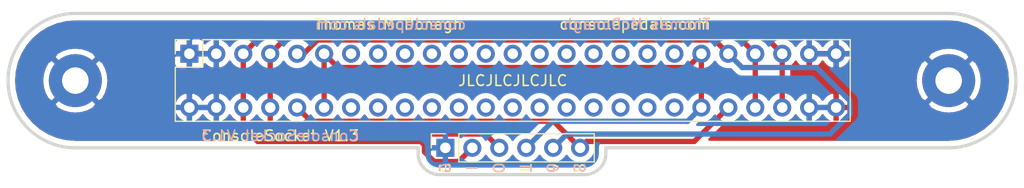
<source format=kicad_pcb>
(kicad_pcb (version 20171130) (host pcbnew "(5.1.7)-1")

  (general
    (thickness 1.6)
    (drawings 27)
    (tracks 57)
    (zones 0)
    (modules 4)
    (nets 7)
  )

  (page A4)
  (layers
    (0 F.Cu signal)
    (31 B.Cu signal)
    (32 B.Adhes user)
    (33 F.Adhes user)
    (34 B.Paste user)
    (35 F.Paste user)
    (36 B.SilkS user)
    (37 F.SilkS user)
    (38 B.Mask user)
    (39 F.Mask user)
    (40 Dwgs.User user)
    (41 Cmts.User user)
    (42 Eco1.User user)
    (43 Eco2.User user)
    (44 Edge.Cuts user)
    (45 Margin user)
    (46 B.CrtYd user)
    (47 F.CrtYd user)
    (48 B.Fab user)
    (49 F.Fab user hide)
  )

  (setup
    (last_trace_width 0.5)
    (user_trace_width 0.5)
    (trace_clearance 0.2)
    (zone_clearance 0.508)
    (zone_45_only no)
    (trace_min 0.2)
    (via_size 0.8)
    (via_drill 0.4)
    (via_min_size 0.4)
    (via_min_drill 0.3)
    (uvia_size 0.3)
    (uvia_drill 0.1)
    (uvias_allowed no)
    (uvia_min_size 0.2)
    (uvia_min_drill 0.1)
    (edge_width 0.05)
    (segment_width 0.2)
    (pcb_text_width 0.3)
    (pcb_text_size 1.5 1.5)
    (mod_edge_width 0.12)
    (mod_text_size 1 1)
    (mod_text_width 0.15)
    (pad_size 1.7 1.7)
    (pad_drill 1)
    (pad_to_mask_clearance 0)
    (aux_axis_origin 0 0)
    (visible_elements 7FFFFF7F)
    (pcbplotparams
      (layerselection 0x010fc_ffffffff)
      (usegerberextensions false)
      (usegerberattributes false)
      (usegerberadvancedattributes true)
      (creategerberjobfile true)
      (excludeedgelayer true)
      (linewidth 0.100000)
      (plotframeref false)
      (viasonmask false)
      (mode 1)
      (useauxorigin false)
      (hpglpennumber 1)
      (hpglpenspeed 20)
      (hpglpendiameter 15.000000)
      (psnegative false)
      (psa4output false)
      (plotreference true)
      (plotvalue true)
      (plotinvisibletext false)
      (padsonsilk false)
      (subtractmaskfromsilk false)
      (outputformat 1)
      (mirror false)
      (drillshape 0)
      (scaleselection 1)
      (outputdirectory "Gerbers/"))
  )

  (net 0 "")
  (net 1 +9V)
  (net 2 /LEDPower)
  (net 3 GND)
  (net 4 /Input)
  (net 5 /Output)
  (net 6 /SW)

  (net_class Default "This is the default net class."
    (clearance 0.2)
    (trace_width 0.25)
    (via_dia 0.8)
    (via_drill 0.4)
    (uvia_dia 0.3)
    (uvia_drill 0.1)
    (add_net +9V)
    (add_net /Input)
    (add_net /LEDPower)
    (add_net /Output)
    (add_net /SW)
    (add_net GND)
  )

  (module libraries:n64Socket (layer F.Cu) (tedit 601ECF4D) (tstamp 601F38CB)
    (at 106.75 36.83 90)
    (descr "Through hole straight socket strip, 2x25, 2.54mm pitch, double cols (from Kicad 4.0.7), script generated")
    (tags "Through hole socket strip THT 2x25 2.54mm double row")
    (path /5FABBF0E)
    (fp_text reference J3 (at -1.27 -2.77 90) (layer F.SilkS) hide
      (effects (font (size 1 1) (thickness 0.15)))
    )
    (fp_text value Conn_02x25_Odd_Even (at -1.27 63.73 90) (layer F.Fab)
      (effects (font (size 1 1) (thickness 0.15)))
    )
    (fp_line (start -6.88 62.7) (end -6.88 -1.8) (layer F.CrtYd) (width 0.05))
    (fp_line (start 1.76 62.7) (end -6.88 62.7) (layer F.CrtYd) (width 0.05))
    (fp_line (start 1.76 -1.8) (end 1.76 62.7) (layer F.CrtYd) (width 0.05))
    (fp_line (start -6.88 -1.8) (end 1.76 -1.8) (layer F.CrtYd) (width 0.05))
    (fp_line (start 0 -1.33) (end 1.33 -1.33) (layer F.SilkS) (width 0.12))
    (fp_line (start 1.33 -1.33) (end 1.33 0) (layer F.SilkS) (width 0.12))
    (fp_line (start -1.27 -1.33) (end -1.27 1.27) (layer F.SilkS) (width 0.12))
    (fp_line (start -1.27 1.27) (end 1.33 1.27) (layer F.SilkS) (width 0.12))
    (fp_line (start 1.33 1.27) (end 1.33 62.29) (layer F.SilkS) (width 0.12))
    (fp_line (start -6.38 62.29) (end 1.33 62.29) (layer F.SilkS) (width 0.12))
    (fp_line (start -6.38 -1.33) (end -6.38 62.29) (layer F.SilkS) (width 0.12))
    (fp_line (start -6.38 -1.33) (end -1.27 -1.33) (layer F.SilkS) (width 0.12))
    (fp_line (start -6.35 62.23) (end -6.35 -1.27) (layer F.Fab) (width 0.1))
    (fp_line (start 1.27 62.23) (end -6.35 62.23) (layer F.Fab) (width 0.1))
    (fp_line (start 1.27 -0.27) (end 1.27 62.23) (layer F.Fab) (width 0.1))
    (fp_line (start 0.27 -1.27) (end 1.27 -0.27) (layer F.Fab) (width 0.1))
    (fp_line (start -6.35 -1.27) (end 0.27 -1.27) (layer F.Fab) (width 0.1))
    (fp_text user %R (at -1.27 30.48 180) (layer F.Fab)
      (effects (font (size 1 1) (thickness 0.15)))
    )
    (pad 1 thru_hole rect (at 0 0 90) (size 1.7 1.7) (drill 1) (layers *.Cu *.Mask)
      (net 3 GND))
    (pad 2 thru_hole oval (at -5.08 0 90) (size 1.7 1.7) (drill 1) (layers *.Cu *.Mask)
      (net 3 GND))
    (pad 3 thru_hole oval (at 0 2.54 90) (size 1.7 1.7) (drill 1) (layers *.Cu *.Mask)
      (net 3 GND))
    (pad 4 thru_hole oval (at -5.08 2.54 90) (size 1.7 1.7) (drill 1) (layers *.Cu *.Mask)
      (net 3 GND))
    (pad 5 thru_hole oval (at 0 5.08 90) (size 1.7 1.7) (drill 1) (layers *.Cu *.Mask)
      (net 4 /Input))
    (pad 6 thru_hole oval (at -5.08 5.08 90) (size 1.7 1.7) (drill 1) (layers *.Cu *.Mask)
      (net 4 /Input))
    (pad 7 thru_hole oval (at 0 7.62 90) (size 1.7 1.7) (drill 1) (layers *.Cu *.Mask)
      (net 5 /Output))
    (pad 8 thru_hole oval (at -5.08 7.62 90) (size 1.7 1.7) (drill 1) (layers *.Cu *.Mask)
      (net 5 /Output))
    (pad 9 thru_hole oval (at 0 10.16 90) (size 1.7 1.7) (drill 1) (layers *.Cu *.Mask)
      (net 1 +9V))
    (pad 10 thru_hole oval (at -5.08 10.16 90) (size 1.7 1.7) (drill 1) (layers *.Cu *.Mask)
      (net 6 /SW))
    (pad 11 thru_hole oval (at 0 12.7 90) (size 1.7 1.7) (drill 1) (layers *.Cu *.Mask)
      (net 2 /LEDPower))
    (pad 12 thru_hole oval (at -5.08 12.7 90) (size 1.7 1.7) (drill 1) (layers *.Cu *.Mask)
      (net 2 /LEDPower))
    (pad 13 thru_hole oval (at 0 15.24 90) (size 1.7 1.7) (drill 1) (layers *.Cu *.Mask))
    (pad 14 thru_hole oval (at -5.08 15.24 90) (size 1.7 1.7) (drill 1) (layers *.Cu *.Mask))
    (pad 15 thru_hole oval (at 0 17.78 90) (size 1.7 1.7) (drill 1) (layers *.Cu *.Mask))
    (pad 16 thru_hole oval (at -5.08 17.78 90) (size 1.7 1.7) (drill 1) (layers *.Cu *.Mask))
    (pad 17 thru_hole oval (at 0 20.32 90) (size 1.7 1.7) (drill 1) (layers *.Cu *.Mask))
    (pad 18 thru_hole oval (at -5.08 20.32 90) (size 1.7 1.7) (drill 1) (layers *.Cu *.Mask))
    (pad 19 thru_hole oval (at 0 22.86 90) (size 1.7 1.7) (drill 1) (layers *.Cu *.Mask))
    (pad 20 thru_hole oval (at -5.08 22.86 90) (size 1.7 1.7) (drill 1) (layers *.Cu *.Mask))
    (pad 21 thru_hole oval (at 0 25.4 90) (size 1.7 1.7) (drill 1) (layers *.Cu *.Mask))
    (pad 22 thru_hole oval (at -5.08 25.4 90) (size 1.7 1.7) (drill 1) (layers *.Cu *.Mask))
    (pad 23 thru_hole oval (at 0 27.94 90) (size 1.7 1.7) (drill 1) (layers *.Cu *.Mask))
    (pad 24 thru_hole oval (at -5.08 27.94 90) (size 1.7 1.7) (drill 1) (layers *.Cu *.Mask))
    (pad 25 thru_hole oval (at 0 30.48 90) (size 1.7 1.7) (drill 1) (layers *.Cu *.Mask))
    (pad 26 thru_hole oval (at -5.08 30.48 90) (size 1.7 1.7) (drill 1) (layers *.Cu *.Mask))
    (pad 27 thru_hole oval (at 0 33.02 90) (size 1.7 1.7) (drill 1) (layers *.Cu *.Mask))
    (pad 28 thru_hole oval (at -5.08 33.02 90) (size 1.7 1.7) (drill 1) (layers *.Cu *.Mask))
    (pad 29 thru_hole oval (at 0 35.56 90) (size 1.7 1.7) (drill 1) (layers *.Cu *.Mask))
    (pad 30 thru_hole oval (at -5.08 35.56 90) (size 1.7 1.7) (drill 1) (layers *.Cu *.Mask))
    (pad 31 thru_hole oval (at 0 38.1 90) (size 1.7 1.7) (drill 1) (layers *.Cu *.Mask))
    (pad 32 thru_hole oval (at -5.08 38.1 90) (size 1.7 1.7) (drill 1) (layers *.Cu *.Mask))
    (pad 33 thru_hole oval (at 0 40.64 90) (size 1.7 1.7) (drill 1) (layers *.Cu *.Mask))
    (pad 34 thru_hole oval (at -5.08 40.64 90) (size 1.7 1.7) (drill 1) (layers *.Cu *.Mask))
    (pad 35 thru_hole oval (at 0 43.18 90) (size 1.7 1.7) (drill 1) (layers *.Cu *.Mask))
    (pad 36 thru_hole oval (at -5.08 43.18 90) (size 1.7 1.7) (drill 1) (layers *.Cu *.Mask))
    (pad 37 thru_hole oval (at 0 45.72 90) (size 1.7 1.7) (drill 1) (layers *.Cu *.Mask))
    (pad 38 thru_hole oval (at -5.08 45.72 90) (size 1.7 1.7) (drill 1) (layers *.Cu *.Mask))
    (pad 39 thru_hole oval (at 0 48.26 90) (size 1.7 1.7) (drill 1) (layers *.Cu *.Mask)
      (net 2 /LEDPower))
    (pad 40 thru_hole oval (at -5.08 48.26 90) (size 1.7 1.7) (drill 1) (layers *.Cu *.Mask)
      (net 2 /LEDPower))
    (pad 41 thru_hole oval (at 0 50.8 90) (size 1.7 1.7) (drill 1) (layers *.Cu *.Mask)
      (net 1 +9V))
    (pad 42 thru_hole oval (at -5.08 50.8 90) (size 1.7 1.7) (drill 1) (layers *.Cu *.Mask)
      (net 6 /SW))
    (pad 43 thru_hole oval (at 0 53.34 90) (size 1.7 1.7) (drill 1) (layers *.Cu *.Mask)
      (net 5 /Output))
    (pad 44 thru_hole oval (at -5.08 53.34 90) (size 1.7 1.7) (drill 1) (layers *.Cu *.Mask)
      (net 5 /Output))
    (pad 45 thru_hole oval (at 0 55.88 90) (size 1.7 1.7) (drill 1) (layers *.Cu *.Mask)
      (net 4 /Input))
    (pad 46 thru_hole oval (at -5.08 55.88 90) (size 1.7 1.7) (drill 1) (layers *.Cu *.Mask)
      (net 4 /Input))
    (pad 47 thru_hole oval (at 0 58.42 90) (size 1.7 1.7) (drill 1) (layers *.Cu *.Mask)
      (net 3 GND))
    (pad 48 thru_hole oval (at -5.08 58.42 90) (size 1.7 1.7) (drill 1) (layers *.Cu *.Mask)
      (net 3 GND))
    (pad 49 thru_hole oval (at 0 60.96 90) (size 1.7 1.7) (drill 1) (layers *.Cu *.Mask)
      (net 3 GND))
    (pad 50 thru_hole oval (at -5.08 60.96 90) (size 1.7 1.7) (drill 1) (layers *.Cu *.Mask)
      (net 3 GND))
    (model ${KISYS3DMOD}/Connector_PinSocket_2.54mm.3dshapes/PinSocket_2x25_P2.54mm_Vertical.wrl
      (at (xyz 0 0 0))
      (scale (xyz 1 1 1))
      (rotate (xyz 0 0 0))
    )
  )

  (module MountingHole:MountingHole_2.5mm_Pad (layer F.Cu) (tedit 56D1B4CB) (tstamp 612BFDE8)
    (at 96 39.37)
    (descr "Mounting Hole 2.5mm")
    (tags "mounting hole 2.5mm")
    (path /608575C0)
    (attr virtual)
    (fp_text reference H1 (at 0 -3.5) (layer F.SilkS) hide
      (effects (font (size 1 1) (thickness 0.15)))
    )
    (fp_text value Mount (at 0 3.5) (layer F.Fab)
      (effects (font (size 1 1) (thickness 0.15)))
    )
    (fp_circle (center 0 0) (end 2.75 0) (layer F.CrtYd) (width 0.05))
    (fp_circle (center 0 0) (end 2.5 0) (layer Cmts.User) (width 0.15))
    (fp_text user %R (at 0.3 0) (layer F.Fab)
      (effects (font (size 1 1) (thickness 0.15)))
    )
    (pad 1 thru_hole circle (at 0 0) (size 5 5) (drill 2.5) (layers *.Cu *.Mask)
      (net 3 GND))
  )

  (module MountingHole:MountingHole_2.5mm_Pad (layer F.Cu) (tedit 56D1B4CB) (tstamp 612BFDEF)
    (at 178.32 39.37)
    (descr "Mounting Hole 2.5mm")
    (tags "mounting hole 2.5mm")
    (path /60857BAC)
    (attr virtual)
    (fp_text reference H2 (at 0 -3.5) (layer F.SilkS) hide
      (effects (font (size 1 1) (thickness 0.15)))
    )
    (fp_text value Mount (at 0 3.5) (layer F.Fab)
      (effects (font (size 1 1) (thickness 0.15)))
    )
    (fp_text user %R (at 0.3 0) (layer F.Fab)
      (effects (font (size 1 1) (thickness 0.15)))
    )
    (fp_circle (center 0 0) (end 2.5 0) (layer Cmts.User) (width 0.15))
    (fp_circle (center 0 0) (end 2.75 0) (layer F.CrtYd) (width 0.05))
    (pad 1 thru_hole circle (at 0 0) (size 5 5) (drill 2.5) (layers *.Cu *.Mask)
      (net 3 GND))
  )

  (module Connector_PinSocket_2.54mm:PinSocket_1x06_P2.54mm_Vertical (layer F.Cu) (tedit 5A19A430) (tstamp 612BFF64)
    (at 130.88 45.72 90)
    (descr "Through hole straight socket strip, 1x06, 2.54mm pitch, single row (from Kicad 4.0.7), script generated")
    (tags "Through hole socket strip THT 1x06 2.54mm single row")
    (path /612C0ABF)
    (fp_text reference J1 (at 0 -2.77 90) (layer F.SilkS) hide
      (effects (font (size 1 1) (thickness 0.15)))
    )
    (fp_text value Conn (at 0 15.47 90) (layer F.Fab)
      (effects (font (size 1 1) (thickness 0.15)))
    )
    (fp_text user %R (at 0 6.35) (layer F.Fab)
      (effects (font (size 1 1) (thickness 0.15)))
    )
    (fp_line (start -1.27 -1.27) (end 0.635 -1.27) (layer F.Fab) (width 0.1))
    (fp_line (start 0.635 -1.27) (end 1.27 -0.635) (layer F.Fab) (width 0.1))
    (fp_line (start 1.27 -0.635) (end 1.27 13.97) (layer F.Fab) (width 0.1))
    (fp_line (start 1.27 13.97) (end -1.27 13.97) (layer F.Fab) (width 0.1))
    (fp_line (start -1.27 13.97) (end -1.27 -1.27) (layer F.Fab) (width 0.1))
    (fp_line (start -1.33 1.27) (end 1.33 1.27) (layer F.SilkS) (width 0.12))
    (fp_line (start -1.33 1.27) (end -1.33 14.03) (layer F.SilkS) (width 0.12))
    (fp_line (start -1.33 14.03) (end 1.33 14.03) (layer F.SilkS) (width 0.12))
    (fp_line (start 1.33 1.27) (end 1.33 14.03) (layer F.SilkS) (width 0.12))
    (fp_line (start 1.33 -1.33) (end 1.33 0) (layer F.SilkS) (width 0.12))
    (fp_line (start 0 -1.33) (end 1.33 -1.33) (layer F.SilkS) (width 0.12))
    (fp_line (start -1.8 -1.8) (end 1.75 -1.8) (layer F.CrtYd) (width 0.05))
    (fp_line (start 1.75 -1.8) (end 1.75 14.45) (layer F.CrtYd) (width 0.05))
    (fp_line (start 1.75 14.45) (end -1.8 14.45) (layer F.CrtYd) (width 0.05))
    (fp_line (start -1.8 14.45) (end -1.8 -1.8) (layer F.CrtYd) (width 0.05))
    (pad 6 thru_hole oval (at 0 12.7 90) (size 1.7 1.7) (drill 1) (layers *.Cu *.Mask)
      (net 6 /SW))
    (pad 5 thru_hole oval (at 0 10.16 90) (size 1.7 1.7) (drill 1) (layers *.Cu *.Mask)
      (net 1 +9V))
    (pad 4 thru_hole oval (at 0 7.62 90) (size 1.7 1.7) (drill 1) (layers *.Cu *.Mask)
      (net 2 /LEDPower))
    (pad 3 thru_hole oval (at 0 5.08 90) (size 1.7 1.7) (drill 1) (layers *.Cu *.Mask)
      (net 5 /Output))
    (pad 2 thru_hole oval (at 0 2.54 90) (size 1.7 1.7) (drill 1) (layers *.Cu *.Mask)
      (net 4 /Input))
    (pad 1 thru_hole rect (at 0 0 90) (size 1.7 1.7) (drill 1) (layers *.Cu *.Mask)
      (net 3 GND))
    (model ${KISYS3DMOD}/Connector_PinSocket_2.54mm.3dshapes/PinSocket_1x06_P2.54mm_Vertical.wrl
      (at (xyz 0 0 0))
      (scale (xyz 1 1 1))
      (rotate (xyz 0 0 0))
    )
  )

  (gr_text S (at 143.58 47.625 90) (layer B.SilkS) (tstamp 612C02BF)
    (effects (font (size 1 1) (thickness 0.15)) (justify mirror))
  )
  (gr_text S (at 143.58 47.625 90) (layer F.SilkS) (tstamp 612C02B8)
    (effects (font (size 1 1) (thickness 0.15)))
  )
  (gr_text "L\n" (at 138.5 47.625 90) (layer F.SilkS) (tstamp 6122802D)
    (effects (font (size 1 1) (thickness 0.15)))
  )
  (gr_text 9 (at 141.04 47.625 90) (layer F.SilkS) (tstamp 61227FF6)
    (effects (font (size 1 1) (thickness 0.15)))
  )
  (gr_text O (at 135.96 47.625 90) (layer F.SilkS) (tstamp 61227FBC)
    (effects (font (size 1 1) (thickness 0.15)))
  )
  (gr_text I (at 133.42 47.625 90) (layer F.SilkS) (tstamp 61227FB6)
    (effects (font (size 1 1) (thickness 0.15)))
  )
  (gr_text G (at 130.88 47.625 90) (layer F.SilkS) (tstamp 61227F95)
    (effects (font (size 1 1) (thickness 0.15)))
  )
  (gr_line (start 146.01 45.72) (end 146.01 46.25) (layer Edge.Cuts) (width 0.3) (tstamp 609EDA47))
  (gr_line (start 178.308 45.72) (end 146.01 45.72) (layer Edge.Cuts) (width 0.3))
  (gr_line (start 128.31 45.72) (end 128.31 46.25) (layer Edge.Cuts) (width 0.3) (tstamp 609EDA39))
  (gr_line (start 96.012 45.72) (end 128.31 45.72) (layer Edge.Cuts) (width 0.3))
  (gr_line (start 130.31 48.25) (end 144.01 48.25) (layer Edge.Cuts) (width 0.3) (tstamp 609ED947))
  (gr_arc (start 130.31 46.25) (end 128.31 46.25) (angle -90) (layer Edge.Cuts) (width 0.3) (tstamp 609ED8FD))
  (gr_arc (start 144.01 46.25) (end 144.01 48.25) (angle -90) (layer Edge.Cuts) (width 0.3))
  (gr_text "L\n" (at 138.5 47.625 90) (layer B.SilkS) (tstamp 6083E115)
    (effects (font (size 1 1) (thickness 0.15)) (justify mirror))
  )
  (gr_text 9 (at 141.04 47.625 90) (layer B.SilkS) (tstamp 6083E115)
    (effects (font (size 1 1) (thickness 0.15)) (justify mirror))
  )
  (gr_text O (at 135.96 47.625 90) (layer B.SilkS) (tstamp 6083E115)
    (effects (font (size 1 1) (thickness 0.15)) (justify mirror))
  )
  (gr_text I (at 133.42 47.625 90) (layer B.SilkS) (tstamp 6083E115)
    (effects (font (size 1 1) (thickness 0.15)) (justify mirror))
  )
  (gr_text G (at 130.88 47.625 90) (layer B.SilkS)
    (effects (font (size 1 1) (thickness 0.15)) (justify mirror))
  )
  (gr_text "Thomas McDonagh            consolepedals.com" (at 137.23 34.036) (layer B.SilkS)
    (effects (font (size 1 1) (thickness 0.15)) (justify mirror))
  )
  (gr_text "ConsoleSocket V1.3" (at 115.316 44.577) (layer B.SilkS)
    (effects (font (size 1 1) (thickness 0.15)) (justify mirror))
  )
  (gr_text "ConsoleSocket V1.3" (at 115.316 44.577) (layer F.SilkS)
    (effects (font (size 1 1) (thickness 0.15)))
  )
  (gr_text "Thomas McDonagh            consolepedals.com" (at 137.23 34.036) (layer F.SilkS)
    (effects (font (size 1 1) (thickness 0.15)))
  )
  (gr_text JLCJLCJLCJLC (at 137.23 39.37) (layer F.SilkS)
    (effects (font (size 1 1) (thickness 0.15)))
  )
  (gr_line (start 178.308 33.02) (end 96.012 33.02) (layer Edge.Cuts) (width 0.3) (tstamp 5FD5957D))
  (gr_arc (start 96.012 39.37) (end 96.012 33.02) (angle -180) (layer Edge.Cuts) (width 0.3) (tstamp 5FD5950D))
  (gr_arc (start 178.308 39.37) (end 178.308 45.72) (angle -180) (layer Edge.Cuts) (width 0.3))

  (segment (start 118.825999 35.529999) (end 156.249999 35.529999) (width 0.5) (layer F.Cu) (net 1))
  (segment (start 156.249999 35.529999) (end 157.55 36.83) (width 0.5) (layer F.Cu) (net 1) (status 20))
  (segment (start 117.525998 36.83) (end 118.825999 35.529999) (width 0.5) (layer F.Cu) (net 1) (status 10))
  (segment (start 116.91 36.83) (end 117.525998 36.83) (width 0.5) (layer F.Cu) (net 1) (status 30))
  (segment (start 158.850001 38.130001) (end 157.55 36.83) (width 0.5) (layer B.Cu) (net 1))
  (segment (start 169.010001 41.285999) (end 165.854003 38.130001) (width 0.5) (layer B.Cu) (net 1))
  (segment (start 169.010001 42.534001) (end 169.010001 41.285999) (width 0.5) (layer B.Cu) (net 1))
  (segment (start 167.124003 44.419999) (end 169.010001 42.534001) (width 0.5) (layer B.Cu) (net 1))
  (segment (start 165.854003 38.130001) (end 158.850001 38.130001) (width 0.5) (layer B.Cu) (net 1))
  (segment (start 142.340001 44.419999) (end 167.124003 44.419999) (width 0.5) (layer B.Cu) (net 1))
  (segment (start 141.04 45.72) (end 142.340001 44.419999) (width 0.5) (layer B.Cu) (net 1))
  (segment (start 155.01 41.91) (end 155.01 36.83) (width 0.5) (layer F.Cu) (net 2) (status 30))
  (segment (start 119.45 36.83) (end 119.45 41.91) (width 0.5) (layer F.Cu) (net 2) (status 30))
  (segment (start 119.45 36.83) (end 120.065998 36.83) (width 0.5) (layer F.Cu) (net 2) (status 30))
  (segment (start 120.750001 38.130001) (end 119.45 36.83) (width 0.5) (layer F.Cu) (net 2) (status 20))
  (segment (start 153.709999 38.130001) (end 120.750001 38.130001) (width 0.5) (layer F.Cu) (net 2))
  (segment (start 155.01 36.83) (end 153.709999 38.130001) (width 0.5) (layer F.Cu) (net 2) (status 10))
  (segment (start 141.009999 43.210001) (end 138.5 45.72) (width 0.5) (layer B.Cu) (net 2))
  (segment (start 153.709999 43.210001) (end 141.009999 43.210001) (width 0.5) (layer B.Cu) (net 2))
  (segment (start 155.01 41.91) (end 153.709999 43.210001) (width 0.5) (layer B.Cu) (net 2))
  (segment (start 165.17 41.91) (end 165.17 36.83) (width 0.5) (layer F.Cu) (net 3) (status 30))
  (segment (start 167.71 36.83) (end 167.71 41.91) (width 0.5) (layer F.Cu) (net 3) (status 30))
  (segment (start 165.17 41.91) (end 167.71 41.91) (width 0.5) (layer F.Cu) (net 3) (status 30))
  (segment (start 165.17 36.83) (end 167.71 36.83) (width 0.5) (layer F.Cu) (net 3) (status 30))
  (segment (start 106.75 36.83) (end 106.75 41.91) (width 0.5) (layer F.Cu) (net 3) (status 30))
  (segment (start 109.29 41.91) (end 109.29 36.83) (width 0.5) (layer F.Cu) (net 3) (status 30))
  (segment (start 109.29 36.83) (end 106.75 36.83) (width 0.5) (layer F.Cu) (net 3) (status 30))
  (segment (start 106.75 41.91) (end 109.29 41.91) (width 0.5) (layer F.Cu) (net 3) (status 30))
  (segment (start 162.014002 41.91) (end 162.63 41.91) (width 0.5) (layer F.Cu) (net 4) (status 30))
  (segment (start 162.63 41.91) (end 162.63 36.83) (width 0.5) (layer F.Cu) (net 4) (status 30))
  (segment (start 111.83 41.91) (end 111.83 36.83) (width 0.5) (layer F.Cu) (net 4) (status 30))
  (segment (start 159.929979 34.129979) (end 162.63 36.83) (width 0.5) (layer F.Cu) (net 4) (status 20))
  (segment (start 114.530021 34.129979) (end 159.929979 34.129979) (width 0.5) (layer F.Cu) (net 4))
  (segment (start 111.83 36.83) (end 114.530021 34.129979) (width 0.5) (layer F.Cu) (net 4) (status 10))
  (segment (start 128.91001 46.10601) (end 128.91001 45.471468) (width 0.5) (layer F.Cu) (net 4))
  (segment (start 128.91001 45.471468) (end 128.558532 45.11999) (width 0.5) (layer F.Cu) (net 4))
  (segment (start 129.824001 47.020001) (end 128.91001 46.10601) (width 0.5) (layer F.Cu) (net 4))
  (segment (start 132.119999 47.020001) (end 129.824001 47.020001) (width 0.5) (layer F.Cu) (net 4))
  (segment (start 133.42 45.72) (end 132.119999 47.020001) (width 0.5) (layer F.Cu) (net 4))
  (segment (start 128.558532 45.11999) (end 113.19199 45.11999) (width 0.5) (layer F.Cu) (net 4))
  (segment (start 111.83 43.758) (end 111.83 41.91) (width 0.5) (layer F.Cu) (net 4))
  (segment (start 113.19199 45.11999) (end 111.83 43.758) (width 0.5) (layer F.Cu) (net 4))
  (segment (start 160.09 41.91) (end 160.09 36.83) (width 0.5) (layer F.Cu) (net 5) (status 30))
  (segment (start 114.37 36.83) (end 114.37 41.91) (width 0.5) (layer F.Cu) (net 5) (status 30))
  (segment (start 158.089989 34.829989) (end 160.09 36.83) (width 0.5) (layer F.Cu) (net 5) (status 20))
  (segment (start 116.370011 34.829989) (end 158.089989 34.829989) (width 0.5) (layer F.Cu) (net 5))
  (segment (start 114.37 36.83) (end 116.370011 34.829989) (width 0.5) (layer F.Cu) (net 5) (status 10))
  (segment (start 135.96 45.72) (end 134.65998 44.41998) (width 0.5) (layer F.Cu) (net 5))
  (segment (start 134.65998 44.41998) (end 115.03198 44.41998) (width 0.5) (layer F.Cu) (net 5))
  (segment (start 114.37 43.758) (end 114.37 41.91) (width 0.5) (layer F.Cu) (net 5))
  (segment (start 115.03198 44.41998) (end 114.37 43.758) (width 0.5) (layer F.Cu) (net 5))
  (segment (start 144.18001 45.11999) (end 143.58 45.72) (width 0.5) (layer F.Cu) (net 6))
  (segment (start 154.34001 45.11999) (end 144.18001 45.11999) (width 0.5) (layer F.Cu) (net 6))
  (segment (start 157.55 41.91) (end 154.34001 45.11999) (width 0.5) (layer F.Cu) (net 6))
  (segment (start 118.210001 43.210001) (end 116.91 41.91) (width 0.5) (layer F.Cu) (net 6))
  (segment (start 141.070001 43.210001) (end 118.210001 43.210001) (width 0.5) (layer F.Cu) (net 6))
  (segment (start 143.58 45.72) (end 141.070001 43.210001) (width 0.5) (layer F.Cu) (net 6))

  (zone (net 3) (net_name GND) (layer B.Cu) (tstamp 0) (hatch edge 0.508)
    (connect_pads (clearance 0.508))
    (min_thickness 0.254)
    (fill yes (arc_segments 32) (thermal_gap 0.508) (thermal_bridge_width 0.508))
    (polygon
      (pts
        (xy 185.42 49.53) (xy 88.9 49.53) (xy 88.9 31.75) (xy 185.42 31.75)
      )
    )
    (filled_polygon
      (pts
        (xy 179.178179 33.875912) (xy 180.026929 34.079679) (xy 180.833353 34.413711) (xy 181.577597 34.869784) (xy 182.241332 35.436668)
        (xy 182.808216 36.100404) (xy 183.264289 36.844645) (xy 183.598321 37.651071) (xy 183.802089 38.499825) (xy 183.870573 39.37)
        (xy 183.802089 40.240175) (xy 183.598321 41.088929) (xy 183.264289 41.895355) (xy 182.808216 42.639596) (xy 182.241332 43.303332)
        (xy 181.577597 43.870216) (xy 180.833353 44.326289) (xy 180.026929 44.660321) (xy 179.178179 44.864088) (xy 178.277159 44.935)
        (xy 167.86058 44.935) (xy 169.605051 43.19053) (xy 169.638818 43.162818) (xy 169.692984 43.096818) (xy 169.738919 43.040846)
        (xy 169.749412 43.02806) (xy 169.83159 42.874314) (xy 169.866844 42.758098) (xy 169.882196 42.707492) (xy 169.886578 42.663001)
        (xy 169.895001 42.577478) (xy 169.895001 42.57747) (xy 169.899282 42.534001) (xy 169.895001 42.490532) (xy 169.895001 41.573148)
        (xy 176.296457 41.573148) (xy 176.572627 41.991118) (xy 177.117557 42.281649) (xy 177.708696 42.460287) (xy 178.323328 42.520168)
        (xy 178.937831 42.45899) (xy 179.528592 42.279103) (xy 180.067373 41.991118) (xy 180.343543 41.573148) (xy 178.32 39.549605)
        (xy 176.296457 41.573148) (xy 169.895001 41.573148) (xy 169.895001 41.329464) (xy 169.899282 41.285998) (xy 169.895001 41.242532)
        (xy 169.895001 41.242522) (xy 169.882196 41.112509) (xy 169.83159 40.945686) (xy 169.749412 40.79194) (xy 169.702961 40.73534)
        (xy 169.666533 40.690952) (xy 169.666531 40.69095) (xy 169.638818 40.657182) (xy 169.60505 40.629469) (xy 168.348909 39.373328)
        (xy 175.169832 39.373328) (xy 175.23101 39.987831) (xy 175.410897 40.578592) (xy 175.698882 41.117373) (xy 176.116852 41.393543)
        (xy 178.140395 39.37) (xy 178.499605 39.37) (xy 180.523148 41.393543) (xy 180.941118 41.117373) (xy 181.231649 40.572443)
        (xy 181.410287 39.981304) (xy 181.470168 39.366672) (xy 181.40899 38.752169) (xy 181.229103 38.161408) (xy 180.941118 37.622627)
        (xy 180.523148 37.346457) (xy 178.499605 39.37) (xy 178.140395 39.37) (xy 176.116852 37.346457) (xy 175.698882 37.622627)
        (xy 175.408351 38.167557) (xy 175.229713 38.758696) (xy 175.169832 39.373328) (xy 168.348909 39.373328) (xy 167.199226 38.223646)
        (xy 167.205901 38.226825) (xy 167.35311 38.271476) (xy 167.583 38.150155) (xy 167.583 36.957) (xy 167.837 36.957)
        (xy 167.837 38.150155) (xy 168.06689 38.271476) (xy 168.214099 38.226825) (xy 168.47692 38.101641) (xy 168.710269 37.927588)
        (xy 168.905178 37.711355) (xy 169.054157 37.461252) (xy 169.151481 37.186891) (xy 169.140963 37.166852) (xy 176.296457 37.166852)
        (xy 178.32 39.190395) (xy 180.343543 37.166852) (xy 180.067373 36.748882) (xy 179.522443 36.458351) (xy 178.931304 36.279713)
        (xy 178.316672 36.219832) (xy 177.702169 36.28101) (xy 177.111408 36.460897) (xy 176.572627 36.748882) (xy 176.296457 37.166852)
        (xy 169.140963 37.166852) (xy 169.030814 36.957) (xy 167.837 36.957) (xy 167.583 36.957) (xy 165.297 36.957)
        (xy 165.297 36.977) (xy 165.043 36.977) (xy 165.043 36.957) (xy 165.023 36.957) (xy 165.023 36.703)
        (xy 165.043 36.703) (xy 165.043 35.509845) (xy 165.297 35.509845) (xy 165.297 36.703) (xy 167.583 36.703)
        (xy 167.583 35.509845) (xy 167.837 35.509845) (xy 167.837 36.703) (xy 169.030814 36.703) (xy 169.151481 36.473109)
        (xy 169.054157 36.198748) (xy 168.905178 35.948645) (xy 168.710269 35.732412) (xy 168.47692 35.558359) (xy 168.214099 35.433175)
        (xy 168.06689 35.388524) (xy 167.837 35.509845) (xy 167.583 35.509845) (xy 167.35311 35.388524) (xy 167.205901 35.433175)
        (xy 166.94308 35.558359) (xy 166.709731 35.732412) (xy 166.514822 35.948645) (xy 166.44 36.074255) (xy 166.365178 35.948645)
        (xy 166.170269 35.732412) (xy 165.93692 35.558359) (xy 165.674099 35.433175) (xy 165.52689 35.388524) (xy 165.297 35.509845)
        (xy 165.043 35.509845) (xy 164.81311 35.388524) (xy 164.665901 35.433175) (xy 164.40308 35.558359) (xy 164.169731 35.732412)
        (xy 163.974822 35.948645) (xy 163.905195 36.065534) (xy 163.783475 35.883368) (xy 163.576632 35.676525) (xy 163.333411 35.51401)
        (xy 163.063158 35.402068) (xy 162.77626 35.345) (xy 162.48374 35.345) (xy 162.196842 35.402068) (xy 161.926589 35.51401)
        (xy 161.683368 35.676525) (xy 161.476525 35.883368) (xy 161.36 36.05776) (xy 161.243475 35.883368) (xy 161.036632 35.676525)
        (xy 160.793411 35.51401) (xy 160.523158 35.402068) (xy 160.23626 35.345) (xy 159.94374 35.345) (xy 159.656842 35.402068)
        (xy 159.386589 35.51401) (xy 159.143368 35.676525) (xy 158.936525 35.883368) (xy 158.82 36.05776) (xy 158.703475 35.883368)
        (xy 158.496632 35.676525) (xy 158.253411 35.51401) (xy 157.983158 35.402068) (xy 157.69626 35.345) (xy 157.40374 35.345)
        (xy 157.116842 35.402068) (xy 156.846589 35.51401) (xy 156.603368 35.676525) (xy 156.396525 35.883368) (xy 156.28 36.05776)
        (xy 156.163475 35.883368) (xy 155.956632 35.676525) (xy 155.713411 35.51401) (xy 155.443158 35.402068) (xy 155.15626 35.345)
        (xy 154.86374 35.345) (xy 154.576842 35.402068) (xy 154.306589 35.51401) (xy 154.063368 35.676525) (xy 153.856525 35.883368)
        (xy 153.74 36.05776) (xy 153.623475 35.883368) (xy 153.416632 35.676525) (xy 153.173411 35.51401) (xy 152.903158 35.402068)
        (xy 152.61626 35.345) (xy 152.32374 35.345) (xy 152.036842 35.402068) (xy 151.766589 35.51401) (xy 151.523368 35.676525)
        (xy 151.316525 35.883368) (xy 151.2 36.05776) (xy 151.083475 35.883368) (xy 150.876632 35.676525) (xy 150.633411 35.51401)
        (xy 150.363158 35.402068) (xy 150.07626 35.345) (xy 149.78374 35.345) (xy 149.496842 35.402068) (xy 149.226589 35.51401)
        (xy 148.983368 35.676525) (xy 148.776525 35.883368) (xy 148.66 36.05776) (xy 148.543475 35.883368) (xy 148.336632 35.676525)
        (xy 148.093411 35.51401) (xy 147.823158 35.402068) (xy 147.53626 35.345) (xy 147.24374 35.345) (xy 146.956842 35.402068)
        (xy 146.686589 35.51401) (xy 146.443368 35.676525) (xy 146.236525 35.883368) (xy 146.12 36.05776) (xy 146.003475 35.883368)
        (xy 145.796632 35.676525) (xy 145.553411 35.51401) (xy 145.283158 35.402068) (xy 144.99626 35.345) (xy 144.70374 35.345)
        (xy 144.416842 35.402068) (xy 144.146589 35.51401) (xy 143.903368 35.676525) (xy 143.696525 35.883368) (xy 143.58 36.05776)
        (xy 143.463475 35.883368) (xy 143.256632 35.676525) (xy 143.013411 35.51401) (xy 142.743158 35.402068) (xy 142.45626 35.345)
        (xy 142.16374 35.345) (xy 141.876842 35.402068) (xy 141.606589 35.51401) (xy 141.363368 35.676525) (xy 141.156525 35.883368)
        (xy 141.04 36.05776) (xy 140.923475 35.883368) (xy 140.716632 35.676525) (xy 140.473411 35.51401) (xy 140.203158 35.402068)
        (xy 139.91626 35.345) (xy 139.62374 35.345) (xy 139.336842 35.402068) (xy 139.066589 35.51401) (xy 138.823368 35.676525)
        (xy 138.616525 35.883368) (xy 138.5 36.05776) (xy 138.383475 35.883368) (xy 138.176632 35.676525) (xy 137.933411 35.51401)
        (xy 137.663158 35.402068) (xy 137.37626 35.345) (xy 137.08374 35.345) (xy 136.796842 35.402068) (xy 136.526589 35.51401)
        (xy 136.283368 35.676525) (xy 136.076525 35.883368) (xy 135.96 36.05776) (xy 135.843475 35.883368) (xy 135.636632 35.676525)
        (xy 135.393411 35.51401) (xy 135.123158 35.402068) (xy 134.83626 35.345) (xy 134.54374 35.345) (xy 134.256842 35.402068)
        (xy 133.986589 35.51401) (xy 133.743368 35.676525) (xy 133.536525 35.883368) (xy 133.42 36.05776) (xy 133.303475 35.883368)
        (xy 133.096632 35.676525) (xy 132.853411 35.51401) (xy 132.583158 35.402068) (xy 132.29626 35.345) (xy 132.00374 35.345)
        (xy 131.716842 35.402068) (xy 131.446589 35.51401) (xy 131.203368 35.676525) (xy 130.996525 35.883368) (xy 130.88 36.05776)
        (xy 130.763475 35.883368) (xy 130.556632 35.676525) (xy 130.313411 35.51401) (xy 130.043158 35.402068) (xy 129.75626 35.345)
        (xy 129.46374 35.345) (xy 129.176842 35.402068) (xy 128.906589 35.51401) (xy 128.663368 35.676525) (xy 128.456525 35.883368)
        (xy 128.34 36.05776) (xy 128.223475 35.883368) (xy 128.016632 35.676525) (xy 127.773411 35.51401) (xy 127.503158 35.402068)
        (xy 127.21626 35.345) (xy 126.92374 35.345) (xy 126.636842 35.402068) (xy 126.366589 35.51401) (xy 126.123368 35.676525)
        (xy 125.916525 35.883368) (xy 125.8 36.05776) (xy 125.683475 35.883368) (xy 125.476632 35.676525) (xy 125.233411 35.51401)
        (xy 124.963158 35.402068) (xy 124.67626 35.345) (xy 124.38374 35.345) (xy 124.096842 35.402068) (xy 123.826589 35.51401)
        (xy 123.583368 35.676525) (xy 123.376525 35.883368) (xy 123.26 36.05776) (xy 123.143475 35.883368) (xy 122.936632 35.676525)
        (xy 122.693411 35.51401) (xy 122.423158 35.402068) (xy 122.13626 35.345) (xy 121.84374 35.345) (xy 121.556842 35.402068)
        (xy 121.286589 35.51401) (xy 121.043368 35.676525) (xy 120.836525 35.883368) (xy 120.72 36.05776) (xy 120.603475 35.883368)
        (xy 120.396632 35.676525) (xy 120.153411 35.51401) (xy 119.883158 35.402068) (xy 119.59626 35.345) (xy 119.30374 35.345)
        (xy 119.016842 35.402068) (xy 118.746589 35.51401) (xy 118.503368 35.676525) (xy 118.296525 35.883368) (xy 118.18 36.05776)
        (xy 118.063475 35.883368) (xy 117.856632 35.676525) (xy 117.613411 35.51401) (xy 117.343158 35.402068) (xy 117.05626 35.345)
        (xy 116.76374 35.345) (xy 116.476842 35.402068) (xy 116.206589 35.51401) (xy 115.963368 35.676525) (xy 115.756525 35.883368)
        (xy 115.64 36.05776) (xy 115.523475 35.883368) (xy 115.316632 35.676525) (xy 115.073411 35.51401) (xy 114.803158 35.402068)
        (xy 114.51626 35.345) (xy 114.22374 35.345) (xy 113.936842 35.402068) (xy 113.666589 35.51401) (xy 113.423368 35.676525)
        (xy 113.216525 35.883368) (xy 113.1 36.05776) (xy 112.983475 35.883368) (xy 112.776632 35.676525) (xy 112.533411 35.51401)
        (xy 112.263158 35.402068) (xy 111.97626 35.345) (xy 111.68374 35.345) (xy 111.396842 35.402068) (xy 111.126589 35.51401)
        (xy 110.883368 35.676525) (xy 110.676525 35.883368) (xy 110.554805 36.065534) (xy 110.485178 35.948645) (xy 110.290269 35.732412)
        (xy 110.05692 35.558359) (xy 109.794099 35.433175) (xy 109.64689 35.388524) (xy 109.417 35.509845) (xy 109.417 36.703)
        (xy 109.437 36.703) (xy 109.437 36.957) (xy 109.417 36.957) (xy 109.417 38.150155) (xy 109.64689 38.271476)
        (xy 109.794099 38.226825) (xy 110.05692 38.101641) (xy 110.290269 37.927588) (xy 110.485178 37.711355) (xy 110.554805 37.594466)
        (xy 110.676525 37.776632) (xy 110.883368 37.983475) (xy 111.126589 38.14599) (xy 111.396842 38.257932) (xy 111.68374 38.315)
        (xy 111.97626 38.315) (xy 112.263158 38.257932) (xy 112.533411 38.14599) (xy 112.776632 37.983475) (xy 112.983475 37.776632)
        (xy 113.1 37.60224) (xy 113.216525 37.776632) (xy 113.423368 37.983475) (xy 113.666589 38.14599) (xy 113.936842 38.257932)
        (xy 114.22374 38.315) (xy 114.51626 38.315) (xy 114.803158 38.257932) (xy 115.073411 38.14599) (xy 115.316632 37.983475)
        (xy 115.523475 37.776632) (xy 115.64 37.60224) (xy 115.756525 37.776632) (xy 115.963368 37.983475) (xy 116.206589 38.14599)
        (xy 116.476842 38.257932) (xy 116.76374 38.315) (xy 117.05626 38.315) (xy 117.343158 38.257932) (xy 117.613411 38.14599)
        (xy 117.856632 37.983475) (xy 118.063475 37.776632) (xy 118.18 37.60224) (xy 118.296525 37.776632) (xy 118.503368 37.983475)
        (xy 118.746589 38.14599) (xy 119.016842 38.257932) (xy 119.30374 38.315) (xy 119.59626 38.315) (xy 119.883158 38.257932)
        (xy 120.153411 38.14599) (xy 120.396632 37.983475) (xy 120.603475 37.776632) (xy 120.72 37.60224) (xy 120.836525 37.776632)
        (xy 121.043368 37.983475) (xy 121.286589 38.14599) (xy 121.556842 38.257932) (xy 121.84374 38.315) (xy 122.13626 38.315)
        (xy 122.423158 38.257932) (xy 122.693411 38.14599) (xy 122.936632 37.983475) (xy 123.143475 37.776632) (xy 123.26 37.60224)
        (xy 123.376525 37.776632) (xy 123.583368 37.983475) (xy 123.826589 38.14599) (xy 124.096842 38.257932) (xy 124.38374 38.315)
        (xy 124.67626 38.315) (xy 124.963158 38.257932) (xy 125.233411 38.14599) (xy 125.476632 37.983475) (xy 125.683475 37.776632)
        (xy 125.8 37.60224) (xy 125.916525 37.776632) (xy 126.123368 37.983475) (xy 126.366589 38.14599) (xy 126.636842 38.257932)
        (xy 126.92374 38.315) (xy 127.21626 38.315) (xy 127.503158 38.257932) (xy 127.773411 38.14599) (xy 128.016632 37.983475)
        (xy 128.223475 37.776632) (xy 128.34 37.60224) (xy 128.456525 37.776632) (xy 128.663368 37.983475) (xy 128.906589 38.14599)
        (xy 129.176842 38.257932) (xy 129.46374 38.315) (xy 129.75626 38.315) (xy 130.043158 38.257932) (xy 130.313411 38.14599)
        (xy 130.556632 37.983475) (xy 130.763475 37.776632) (xy 130.88 37.60224) (xy 130.996525 37.776632) (xy 131.203368 37.983475)
        (xy 131.446589 38.14599) (xy 131.716842 38.257932) (xy 132.00374 38.315) (xy 132.29626 38.315) (xy 132.583158 38.257932)
        (xy 132.853411 38.14599) (xy 133.096632 37.983475) (xy 133.303475 37.776632) (xy 133.42 37.60224) (xy 133.536525 37.776632)
        (xy 133.743368 37.983475) (xy 133.986589 38.14599) (xy 134.256842 38.257932) (xy 134.54374 38.315) (xy 134.83626 38.315)
        (xy 135.123158 38.257932) (xy 135.393411 38.14599) (xy 135.636632 37.983475) (xy 135.843475 37.776632) (xy 135.96 37.60224)
        (xy 136.076525 37.776632) (xy 136.283368 37.983475) (xy 136.526589 38.14599) (xy 136.796842 38.257932) (xy 137.08374 38.315)
        (xy 137.37626 38.315) (xy 137.663158 38.257932) (xy 137.933411 38.14599) (xy 138.176632 37.983475) (xy 138.383475 37.776632)
        (xy 138.5 37.60224) (xy 138.616525 37.776632) (xy 138.823368 37.983475) (xy 139.066589 38.14599) (xy 139.336842 38.257932)
        (xy 139.62374 38.315) (xy 139.91626 38.315) (xy 140.203158 38.257932) (xy 140.473411 38.14599) (xy 140.716632 37.983475)
        (xy 140.923475 37.776632) (xy 141.04 37.60224) (xy 141.156525 37.776632) (xy 141.363368 37.983475) (xy 141.606589 38.14599)
        (xy 141.876842 38.257932) (xy 142.16374 38.315) (xy 142.45626 38.315) (xy 142.743158 38.257932) (xy 143.013411 38.14599)
        (xy 143.256632 37.983475) (xy 143.463475 37.776632) (xy 143.58 37.60224) (xy 143.696525 37.776632) (xy 143.903368 37.983475)
        (xy 144.146589 38.14599) (xy 144.416842 38.257932) (xy 144.70374 38.315) (xy 144.99626 38.315) (xy 145.283158 38.257932)
        (xy 145.553411 38.14599) (xy 145.796632 37.983475) (xy 146.003475 37.776632) (xy 146.12 37.60224) (xy 146.236525 37.776632)
        (xy 146.443368 37.983475) (xy 146.686589 38.14599) (xy 146.956842 38.257932) (xy 147.24374 38.315) (xy 147.53626 38.315)
        (xy 147.823158 38.257932) (xy 148.093411 38.14599) (xy 148.336632 37.983475) (xy 148.543475 37.776632) (xy 148.66 37.60224)
        (xy 148.776525 37.776632) (xy 148.983368 37.983475) (xy 149.226589 38.14599) (xy 149.496842 38.257932) (xy 149.78374 38.315)
        (xy 150.07626 38.315) (xy 150.363158 38.257932) (xy 150.633411 38.14599) (xy 150.876632 37.983475) (xy 151.083475 37.776632)
        (xy 151.2 37.60224) (xy 151.316525 37.776632) (xy 151.523368 37.983475) (xy 151.766589 38.14599) (xy 152.036842 38.257932)
        (xy 152.32374 38.315) (xy 152.61626 38.315) (xy 152.903158 38.257932) (xy 153.173411 38.14599) (xy 153.416632 37.983475)
        (xy 153.623475 37.776632) (xy 153.74 37.60224) (xy 153.856525 37.776632) (xy 154.063368 37.983475) (xy 154.306589 38.14599)
        (xy 154.576842 38.257932) (xy 154.86374 38.315) (xy 155.15626 38.315) (xy 155.443158 38.257932) (xy 155.713411 38.14599)
        (xy 155.956632 37.983475) (xy 156.163475 37.776632) (xy 156.28 37.60224) (xy 156.396525 37.776632) (xy 156.603368 37.983475)
        (xy 156.846589 38.14599) (xy 157.116842 38.257932) (xy 157.40374 38.315) (xy 157.69626 38.315) (xy 157.76896 38.300539)
        (xy 158.193471 38.72505) (xy 158.221184 38.758818) (xy 158.254952 38.786531) (xy 158.254954 38.786533) (xy 158.326453 38.845211)
        (xy 158.355942 38.869412) (xy 158.509688 38.95159) (xy 158.676511 39.002196) (xy 158.806524 39.015001) (xy 158.806534 39.015001)
        (xy 158.85 39.019282) (xy 158.893467 39.015001) (xy 165.487425 39.015001) (xy 167.056676 40.584252) (xy 166.94308 40.638359)
        (xy 166.709731 40.812412) (xy 166.514822 41.028645) (xy 166.44 41.154255) (xy 166.365178 41.028645) (xy 166.170269 40.812412)
        (xy 165.93692 40.638359) (xy 165.674099 40.513175) (xy 165.52689 40.468524) (xy 165.297 40.589845) (xy 165.297 41.783)
        (xy 167.583 41.783) (xy 167.583 41.763) (xy 167.837 41.763) (xy 167.837 41.783) (xy 167.857 41.783)
        (xy 167.857 42.037) (xy 167.837 42.037) (xy 167.837 42.057) (xy 167.583 42.057) (xy 167.583 42.037)
        (xy 165.297 42.037) (xy 165.297 43.230155) (xy 165.52689 43.351476) (xy 165.674099 43.306825) (xy 165.93692 43.181641)
        (xy 166.170269 43.007588) (xy 166.365178 42.791355) (xy 166.44 42.665745) (xy 166.514822 42.791355) (xy 166.709731 43.007588)
        (xy 166.94308 43.181641) (xy 167.056676 43.235748) (xy 166.757425 43.534999) (xy 154.636579 43.534999) (xy 154.791039 43.380539)
        (xy 154.86374 43.395) (xy 155.15626 43.395) (xy 155.443158 43.337932) (xy 155.713411 43.22599) (xy 155.956632 43.063475)
        (xy 156.163475 42.856632) (xy 156.28 42.68224) (xy 156.396525 42.856632) (xy 156.603368 43.063475) (xy 156.846589 43.22599)
        (xy 157.116842 43.337932) (xy 157.40374 43.395) (xy 157.69626 43.395) (xy 157.983158 43.337932) (xy 158.253411 43.22599)
        (xy 158.496632 43.063475) (xy 158.703475 42.856632) (xy 158.82 42.68224) (xy 158.936525 42.856632) (xy 159.143368 43.063475)
        (xy 159.386589 43.22599) (xy 159.656842 43.337932) (xy 159.94374 43.395) (xy 160.23626 43.395) (xy 160.523158 43.337932)
        (xy 160.793411 43.22599) (xy 161.036632 43.063475) (xy 161.243475 42.856632) (xy 161.36 42.68224) (xy 161.476525 42.856632)
        (xy 161.683368 43.063475) (xy 161.926589 43.22599) (xy 162.196842 43.337932) (xy 162.48374 43.395) (xy 162.77626 43.395)
        (xy 163.063158 43.337932) (xy 163.333411 43.22599) (xy 163.576632 43.063475) (xy 163.783475 42.856632) (xy 163.905195 42.674466)
        (xy 163.974822 42.791355) (xy 164.169731 43.007588) (xy 164.40308 43.181641) (xy 164.665901 43.306825) (xy 164.81311 43.351476)
        (xy 165.043 43.230155) (xy 165.043 42.037) (xy 165.023 42.037) (xy 165.023 41.783) (xy 165.043 41.783)
        (xy 165.043 40.589845) (xy 164.81311 40.468524) (xy 164.665901 40.513175) (xy 164.40308 40.638359) (xy 164.169731 40.812412)
        (xy 163.974822 41.028645) (xy 163.905195 41.145534) (xy 163.783475 40.963368) (xy 163.576632 40.756525) (xy 163.333411 40.59401)
        (xy 163.063158 40.482068) (xy 162.77626 40.425) (xy 162.48374 40.425) (xy 162.196842 40.482068) (xy 161.926589 40.59401)
        (xy 161.683368 40.756525) (xy 161.476525 40.963368) (xy 161.36 41.13776) (xy 161.243475 40.963368) (xy 161.036632 40.756525)
        (xy 160.793411 40.59401) (xy 160.523158 40.482068) (xy 160.23626 40.425) (xy 159.94374 40.425) (xy 159.656842 40.482068)
        (xy 159.386589 40.59401) (xy 159.143368 40.756525) (xy 158.936525 40.963368) (xy 158.82 41.13776) (xy 158.703475 40.963368)
        (xy 158.496632 40.756525) (xy 158.253411 40.59401) (xy 157.983158 40.482068) (xy 157.69626 40.425) (xy 157.40374 40.425)
        (xy 157.116842 40.482068) (xy 156.846589 40.59401) (xy 156.603368 40.756525) (xy 156.396525 40.963368) (xy 156.28 41.13776)
        (xy 156.163475 40.963368) (xy 155.956632 40.756525) (xy 155.713411 40.59401) (xy 155.443158 40.482068) (xy 155.15626 40.425)
        (xy 154.86374 40.425) (xy 154.576842 40.482068) (xy 154.306589 40.59401) (xy 154.063368 40.756525) (xy 153.856525 40.963368)
        (xy 153.74 41.13776) (xy 153.623475 40.963368) (xy 153.416632 40.756525) (xy 153.173411 40.59401) (xy 152.903158 40.482068)
        (xy 152.61626 40.425) (xy 152.32374 40.425) (xy 152.036842 40.482068) (xy 151.766589 40.59401) (xy 151.523368 40.756525)
        (xy 151.316525 40.963368) (xy 151.2 41.13776) (xy 151.083475 40.963368) (xy 150.876632 40.756525) (xy 150.633411 40.59401)
        (xy 150.363158 40.482068) (xy 150.07626 40.425) (xy 149.78374 40.425) (xy 149.496842 40.482068) (xy 149.226589 40.59401)
        (xy 148.983368 40.756525) (xy 148.776525 40.963368) (xy 148.66 41.13776) (xy 148.543475 40.963368) (xy 148.336632 40.756525)
        (xy 148.093411 40.59401) (xy 147.823158 40.482068) (xy 147.53626 40.425) (xy 147.24374 40.425) (xy 146.956842 40.482068)
        (xy 146.686589 40.59401) (xy 146.443368 40.756525) (xy 146.236525 40.963368) (xy 146.12 41.13776) (xy 146.003475 40.963368)
        (xy 145.796632 40.756525) (xy 145.553411 40.59401) (xy 145.283158 40.482068) (xy 144.99626 40.425) (xy 144.70374 40.425)
        (xy 144.416842 40.482068) (xy 144.146589 40.59401) (xy 143.903368 40.756525) (xy 143.696525 40.963368) (xy 143.58 41.13776)
        (xy 143.463475 40.963368) (xy 143.256632 40.756525) (xy 143.013411 40.59401) (xy 142.743158 40.482068) (xy 142.45626 40.425)
        (xy 142.16374 40.425) (xy 141.876842 40.482068) (xy 141.606589 40.59401) (xy 141.363368 40.756525) (xy 141.156525 40.963368)
        (xy 141.04 41.13776) (xy 140.923475 40.963368) (xy 140.716632 40.756525) (xy 140.473411 40.59401) (xy 140.203158 40.482068)
        (xy 139.91626 40.425) (xy 139.62374 40.425) (xy 139.336842 40.482068) (xy 139.066589 40.59401) (xy 138.823368 40.756525)
        (xy 138.616525 40.963368) (xy 138.5 41.13776) (xy 138.383475 40.963368) (xy 138.176632 40.756525) (xy 137.933411 40.59401)
        (xy 137.663158 40.482068) (xy 137.37626 40.425) (xy 137.08374 40.425) (xy 136.796842 40.482068) (xy 136.526589 40.59401)
        (xy 136.283368 40.756525) (xy 136.076525 40.963368) (xy 135.96 41.13776) (xy 135.843475 40.963368) (xy 135.636632 40.756525)
        (xy 135.393411 40.59401) (xy 135.123158 40.482068) (xy 134.83626 40.425) (xy 134.54374 40.425) (xy 134.256842 40.482068)
        (xy 133.986589 40.59401) (xy 133.743368 40.756525) (xy 133.536525 40.963368) (xy 133.42 41.13776) (xy 133.303475 40.963368)
        (xy 133.096632 40.756525) (xy 132.853411 40.59401) (xy 132.583158 40.482068) (xy 132.29626 40.425) (xy 132.00374 40.425)
        (xy 131.716842 40.482068) (xy 131.446589 40.59401) (xy 131.203368 40.756525) (xy 130.996525 40.963368) (xy 130.88 41.13776)
        (xy 130.763475 40.963368) (xy 130.556632 40.756525) (xy 130.313411 40.59401) (xy 130.043158 40.482068) (xy 129.75626 40.425)
        (xy 129.46374 40.425) (xy 129.176842 40.482068) (xy 128.906589 40.59401) (xy 128.663368 40.756525) (xy 128.456525 40.963368)
        (xy 128.34 41.13776) (xy 128.223475 40.963368) (xy 128.016632 40.756525) (xy 127.773411 40.59401) (xy 127.503158 40.482068)
        (xy 127.21626 40.425) (xy 126.92374 40.425) (xy 126.636842 40.482068) (xy 126.366589 40.59401) (xy 126.123368 40.756525)
        (xy 125.916525 40.963368) (xy 125.8 41.13776) (xy 125.683475 40.963368) (xy 125.476632 40.756525) (xy 125.233411 40.59401)
        (xy 124.963158 40.482068) (xy 124.67626 40.425) (xy 124.38374 40.425) (xy 124.096842 40.482068) (xy 123.826589 40.59401)
        (xy 123.583368 40.756525) (xy 123.376525 40.963368) (xy 123.26 41.13776) (xy 123.143475 40.963368) (xy 122.936632 40.756525)
        (xy 122.693411 40.59401) (xy 122.423158 40.482068) (xy 122.13626 40.425) (xy 121.84374 40.425) (xy 121.556842 40.482068)
        (xy 121.286589 40.59401) (xy 121.043368 40.756525) (xy 120.836525 40.963368) (xy 120.72 41.13776) (xy 120.603475 40.963368)
        (xy 120.396632 40.756525) (xy 120.153411 40.59401) (xy 119.883158 40.482068) (xy 119.59626 40.425) (xy 119.30374 40.425)
        (xy 119.016842 40.482068) (xy 118.746589 40.59401) (xy 118.503368 40.756525) (xy 118.296525 40.963368) (xy 118.18 41.13776)
        (xy 118.063475 40.963368) (xy 117.856632 40.756525) (xy 117.613411 40.59401) (xy 117.343158 40.482068) (xy 117.05626 40.425)
        (xy 116.76374 40.425) (xy 116.476842 40.482068) (xy 116.206589 40.59401) (xy 115.963368 40.756525) (xy 115.756525 40.963368)
        (xy 115.64 41.13776) (xy 115.523475 40.963368) (xy 115.316632 40.756525) (xy 115.073411 40.59401) (xy 114.803158 40.482068)
        (xy 114.51626 40.425) (xy 114.22374 40.425) (xy 113.936842 40.482068) (xy 113.666589 40.59401) (xy 113.423368 40.756525)
        (xy 113.216525 40.963368) (xy 113.1 41.13776) (xy 112.983475 40.963368) (xy 112.776632 40.756525) (xy 112.533411 40.59401)
        (xy 112.263158 40.482068) (xy 111.97626 40.425) (xy 111.68374 40.425) (xy 111.396842 40.482068) (xy 111.126589 40.59401)
        (xy 110.883368 40.756525) (xy 110.676525 40.963368) (xy 110.554805 41.145534) (xy 110.485178 41.028645) (xy 110.290269 40.812412)
        (xy 110.05692 40.638359) (xy 109.794099 40.513175) (xy 109.64689 40.468524) (xy 109.417 40.589845) (xy 109.417 41.783)
        (xy 109.437 41.783) (xy 109.437 42.037) (xy 109.417 42.037) (xy 109.417 43.230155) (xy 109.64689 43.351476)
        (xy 109.794099 43.306825) (xy 110.05692 43.181641) (xy 110.290269 43.007588) (xy 110.485178 42.791355) (xy 110.554805 42.674466)
        (xy 110.676525 42.856632) (xy 110.883368 43.063475) (xy 111.126589 43.22599) (xy 111.396842 43.337932) (xy 111.68374 43.395)
        (xy 111.97626 43.395) (xy 112.263158 43.337932) (xy 112.533411 43.22599) (xy 112.776632 43.063475) (xy 112.983475 42.856632)
        (xy 113.1 42.68224) (xy 113.216525 42.856632) (xy 113.423368 43.063475) (xy 113.666589 43.22599) (xy 113.936842 43.337932)
        (xy 114.22374 43.395) (xy 114.51626 43.395) (xy 114.803158 43.337932) (xy 115.073411 43.22599) (xy 115.316632 43.063475)
        (xy 115.523475 42.856632) (xy 115.64 42.68224) (xy 115.756525 42.856632) (xy 115.963368 43.063475) (xy 116.206589 43.22599)
        (xy 116.476842 43.337932) (xy 116.76374 43.395) (xy 117.05626 43.395) (xy 117.343158 43.337932) (xy 117.613411 43.22599)
        (xy 117.856632 43.063475) (xy 118.063475 42.856632) (xy 118.18 42.68224) (xy 118.296525 42.856632) (xy 118.503368 43.063475)
        (xy 118.746589 43.22599) (xy 119.016842 43.337932) (xy 119.30374 43.395) (xy 119.59626 43.395) (xy 119.883158 43.337932)
        (xy 120.153411 43.22599) (xy 120.396632 43.063475) (xy 120.603475 42.856632) (xy 120.72 42.68224) (xy 120.836525 42.856632)
        (xy 121.043368 43.063475) (xy 121.286589 43.22599) (xy 121.556842 43.337932) (xy 121.84374 43.395) (xy 122.13626 43.395)
        (xy 122.423158 43.337932) (xy 122.693411 43.22599) (xy 122.936632 43.063475) (xy 123.143475 42.856632) (xy 123.26 42.68224)
        (xy 123.376525 42.856632) (xy 123.583368 43.063475) (xy 123.826589 43.22599) (xy 124.096842 43.337932) (xy 124.38374 43.395)
        (xy 124.67626 43.395) (xy 124.963158 43.337932) (xy 125.233411 43.22599) (xy 125.476632 43.063475) (xy 125.683475 42.856632)
        (xy 125.8 42.68224) (xy 125.916525 42.856632) (xy 126.123368 43.063475) (xy 126.366589 43.22599) (xy 126.636842 43.337932)
        (xy 126.92374 43.395) (xy 127.21626 43.395) (xy 127.503158 43.337932) (xy 127.773411 43.22599) (xy 128.016632 43.063475)
        (xy 128.223475 42.856632) (xy 128.34 42.68224) (xy 128.456525 42.856632) (xy 128.663368 43.063475) (xy 128.906589 43.22599)
        (xy 129.176842 43.337932) (xy 129.46374 43.395) (xy 129.75626 43.395) (xy 130.043158 43.337932) (xy 130.313411 43.22599)
        (xy 130.556632 43.063475) (xy 130.763475 42.856632) (xy 130.88 42.68224) (xy 130.996525 42.856632) (xy 131.203368 43.063475)
        (xy 131.446589 43.22599) (xy 131.716842 43.337932) (xy 132.00374 43.395) (xy 132.29626 43.395) (xy 132.583158 43.337932)
        (xy 132.853411 43.22599) (xy 133.096632 43.063475) (xy 133.303475 42.856632) (xy 133.42 42.68224) (xy 133.536525 42.856632)
        (xy 133.743368 43.063475) (xy 133.986589 43.22599) (xy 134.256842 43.337932) (xy 134.54374 43.395) (xy 134.83626 43.395)
        (xy 135.123158 43.337932) (xy 135.393411 43.22599) (xy 135.636632 43.063475) (xy 135.843475 42.856632) (xy 135.96 42.68224)
        (xy 136.076525 42.856632) (xy 136.283368 43.063475) (xy 136.526589 43.22599) (xy 136.796842 43.337932) (xy 137.08374 43.395)
        (xy 137.37626 43.395) (xy 137.663158 43.337932) (xy 137.933411 43.22599) (xy 138.176632 43.063475) (xy 138.383475 42.856632)
        (xy 138.5 42.68224) (xy 138.616525 42.856632) (xy 138.823368 43.063475) (xy 139.066589 43.22599) (xy 139.336842 43.337932)
        (xy 139.58177 43.386652) (xy 138.718961 44.249461) (xy 138.64626 44.235) (xy 138.35374 44.235) (xy 138.066842 44.292068)
        (xy 137.796589 44.40401) (xy 137.553368 44.566525) (xy 137.346525 44.773368) (xy 137.23 44.94776) (xy 137.113475 44.773368)
        (xy 136.906632 44.566525) (xy 136.663411 44.40401) (xy 136.393158 44.292068) (xy 136.10626 44.235) (xy 135.81374 44.235)
        (xy 135.526842 44.292068) (xy 135.256589 44.40401) (xy 135.013368 44.566525) (xy 134.806525 44.773368) (xy 134.69 44.94776)
        (xy 134.573475 44.773368) (xy 134.366632 44.566525) (xy 134.123411 44.40401) (xy 133.853158 44.292068) (xy 133.56626 44.235)
        (xy 133.27374 44.235) (xy 132.986842 44.292068) (xy 132.716589 44.40401) (xy 132.473368 44.566525) (xy 132.341513 44.69838)
        (xy 132.319502 44.62582) (xy 132.260537 44.515506) (xy 132.181185 44.418815) (xy 132.084494 44.339463) (xy 131.97418 44.280498)
        (xy 131.854482 44.244188) (xy 131.73 44.231928) (xy 131.16575 44.235) (xy 131.007 44.39375) (xy 131.007 45.593)
        (xy 131.027 45.593) (xy 131.027 45.847) (xy 131.007 45.847) (xy 131.007 47.04625) (xy 131.16575 47.205)
        (xy 131.73 47.208072) (xy 131.854482 47.195812) (xy 131.97418 47.159502) (xy 132.084494 47.100537) (xy 132.181185 47.021185)
        (xy 132.260537 46.924494) (xy 132.319502 46.81418) (xy 132.341513 46.74162) (xy 132.473368 46.873475) (xy 132.716589 47.03599)
        (xy 132.986842 47.147932) (xy 133.27374 47.205) (xy 133.56626 47.205) (xy 133.853158 47.147932) (xy 134.123411 47.03599)
        (xy 134.366632 46.873475) (xy 134.573475 46.666632) (xy 134.69 46.49224) (xy 134.806525 46.666632) (xy 135.013368 46.873475)
        (xy 135.256589 47.03599) (xy 135.526842 47.147932) (xy 135.81374 47.205) (xy 136.10626 47.205) (xy 136.393158 47.147932)
        (xy 136.663411 47.03599) (xy 136.906632 46.873475) (xy 137.113475 46.666632) (xy 137.23 46.49224) (xy 137.346525 46.666632)
        (xy 137.553368 46.873475) (xy 137.796589 47.03599) (xy 138.066842 47.147932) (xy 138.35374 47.205) (xy 138.64626 47.205)
        (xy 138.933158 47.147932) (xy 139.203411 47.03599) (xy 139.446632 46.873475) (xy 139.653475 46.666632) (xy 139.77 46.49224)
        (xy 139.886525 46.666632) (xy 140.093368 46.873475) (xy 140.336589 47.03599) (xy 140.606842 47.147932) (xy 140.89374 47.205)
        (xy 141.18626 47.205) (xy 141.473158 47.147932) (xy 141.743411 47.03599) (xy 141.986632 46.873475) (xy 142.193475 46.666632)
        (xy 142.31 46.49224) (xy 142.426525 46.666632) (xy 142.633368 46.873475) (xy 142.876589 47.03599) (xy 143.146842 47.147932)
        (xy 143.43374 47.205) (xy 143.72626 47.205) (xy 144.013158 47.147932) (xy 144.283411 47.03599) (xy 144.526632 46.873475)
        (xy 144.733475 46.666632) (xy 144.89599 46.423411) (xy 145.007932 46.153158) (xy 145.065 45.86626) (xy 145.065 45.57374)
        (xy 145.011544 45.304999) (xy 145.34172 45.304999) (xy 145.281246 45.41814) (xy 145.236359 45.566113) (xy 145.221202 45.72)
        (xy 145.225 45.758561) (xy 145.225 46.211612) (xy 145.198168 46.485262) (xy 145.129843 46.711565) (xy 145.018864 46.920288)
        (xy 144.869458 47.103477) (xy 144.687314 47.254159) (xy 144.479377 47.366591) (xy 144.253552 47.436496) (xy 143.982353 47.465)
        (xy 130.348388 47.465) (xy 130.074738 47.438168) (xy 129.848435 47.369843) (xy 129.639712 47.258864) (xy 129.456523 47.109458)
        (xy 129.305841 46.927314) (xy 129.193409 46.719377) (xy 129.147169 46.57) (xy 129.391928 46.57) (xy 129.404188 46.694482)
        (xy 129.440498 46.81418) (xy 129.499463 46.924494) (xy 129.578815 47.021185) (xy 129.675506 47.100537) (xy 129.78582 47.159502)
        (xy 129.905518 47.195812) (xy 130.03 47.208072) (xy 130.59425 47.205) (xy 130.753 47.04625) (xy 130.753 45.847)
        (xy 129.55375 45.847) (xy 129.395 46.00575) (xy 129.391928 46.57) (xy 129.147169 46.57) (xy 129.123504 46.493552)
        (xy 129.095 46.222353) (xy 129.095 45.758561) (xy 129.098798 45.72) (xy 129.083641 45.566113) (xy 129.038754 45.41814)
        (xy 128.965862 45.281767) (xy 128.867764 45.162236) (xy 128.748233 45.064138) (xy 128.61186 44.991246) (xy 128.463887 44.946359)
        (xy 128.348561 44.935) (xy 128.34856 44.935) (xy 128.31 44.931202) (xy 128.271439 44.935) (xy 96.042842 44.935)
        (xy 95.216932 44.87) (xy 129.391928 44.87) (xy 129.395 45.43425) (xy 129.55375 45.593) (xy 130.753 45.593)
        (xy 130.753 44.39375) (xy 130.59425 44.235) (xy 130.03 44.231928) (xy 129.905518 44.244188) (xy 129.78582 44.280498)
        (xy 129.675506 44.339463) (xy 129.578815 44.418815) (xy 129.499463 44.515506) (xy 129.440498 44.62582) (xy 129.404188 44.745518)
        (xy 129.391928 44.87) (xy 95.216932 44.87) (xy 95.141825 44.864089) (xy 94.293071 44.660321) (xy 93.486645 44.326289)
        (xy 92.742404 43.870216) (xy 92.078668 43.303332) (xy 91.511784 42.639597) (xy 91.055711 41.895353) (xy 90.92225 41.573148)
        (xy 93.976457 41.573148) (xy 94.252627 41.991118) (xy 94.797557 42.281649) (xy 95.388696 42.460287) (xy 96.003328 42.520168)
        (xy 96.617831 42.45899) (xy 97.208592 42.279103) (xy 97.231439 42.266891) (xy 105.308519 42.266891) (xy 105.405843 42.541252)
        (xy 105.554822 42.791355) (xy 105.749731 43.007588) (xy 105.98308 43.181641) (xy 106.245901 43.306825) (xy 106.39311 43.351476)
        (xy 106.623 43.230155) (xy 106.623 42.037) (xy 106.877 42.037) (xy 106.877 43.230155) (xy 107.10689 43.351476)
        (xy 107.254099 43.306825) (xy 107.51692 43.181641) (xy 107.750269 43.007588) (xy 107.945178 42.791355) (xy 108.02 42.665745)
        (xy 108.094822 42.791355) (xy 108.289731 43.007588) (xy 108.52308 43.181641) (xy 108.785901 43.306825) (xy 108.93311 43.351476)
        (xy 109.163 43.230155) (xy 109.163 42.037) (xy 106.877 42.037) (xy 106.623 42.037) (xy 105.429186 42.037)
        (xy 105.308519 42.266891) (xy 97.231439 42.266891) (xy 97.747373 41.991118) (xy 98.023543 41.573148) (xy 98.003504 41.553109)
        (xy 105.308519 41.553109) (xy 105.429186 41.783) (xy 106.623 41.783) (xy 106.623 40.589845) (xy 106.877 40.589845)
        (xy 106.877 41.783) (xy 109.163 41.783) (xy 109.163 40.589845) (xy 108.93311 40.468524) (xy 108.785901 40.513175)
        (xy 108.52308 40.638359) (xy 108.289731 40.812412) (xy 108.094822 41.028645) (xy 108.02 41.154255) (xy 107.945178 41.028645)
        (xy 107.750269 40.812412) (xy 107.51692 40.638359) (xy 107.254099 40.513175) (xy 107.10689 40.468524) (xy 106.877 40.589845)
        (xy 106.623 40.589845) (xy 106.39311 40.468524) (xy 106.245901 40.513175) (xy 105.98308 40.638359) (xy 105.749731 40.812412)
        (xy 105.554822 41.028645) (xy 105.405843 41.278748) (xy 105.308519 41.553109) (xy 98.003504 41.553109) (xy 96 39.549605)
        (xy 93.976457 41.573148) (xy 90.92225 41.573148) (xy 90.721679 41.088929) (xy 90.517912 40.240179) (xy 90.449689 39.373328)
        (xy 92.849832 39.373328) (xy 92.91101 39.987831) (xy 93.090897 40.578592) (xy 93.378882 41.117373) (xy 93.796852 41.393543)
        (xy 95.820395 39.37) (xy 96.179605 39.37) (xy 98.203148 41.393543) (xy 98.621118 41.117373) (xy 98.911649 40.572443)
        (xy 99.090287 39.981304) (xy 99.150168 39.366672) (xy 99.08899 38.752169) (xy 98.909103 38.161408) (xy 98.651785 37.68)
        (xy 105.261928 37.68) (xy 105.274188 37.804482) (xy 105.310498 37.92418) (xy 105.369463 38.034494) (xy 105.448815 38.131185)
        (xy 105.545506 38.210537) (xy 105.65582 38.269502) (xy 105.775518 38.305812) (xy 105.9 38.318072) (xy 106.46425 38.315)
        (xy 106.623 38.15625) (xy 106.623 36.957) (xy 106.877 36.957) (xy 106.877 38.15625) (xy 107.03575 38.315)
        (xy 107.6 38.318072) (xy 107.724482 38.305812) (xy 107.84418 38.269502) (xy 107.954494 38.210537) (xy 108.051185 38.131185)
        (xy 108.130537 38.034494) (xy 108.189502 37.92418) (xy 108.213966 37.843534) (xy 108.289731 37.927588) (xy 108.52308 38.101641)
        (xy 108.785901 38.226825) (xy 108.93311 38.271476) (xy 109.163 38.150155) (xy 109.163 36.957) (xy 106.877 36.957)
        (xy 106.623 36.957) (xy 105.42375 36.957) (xy 105.265 37.11575) (xy 105.261928 37.68) (xy 98.651785 37.68)
        (xy 98.621118 37.622627) (xy 98.203148 37.346457) (xy 96.179605 39.37) (xy 95.820395 39.37) (xy 93.796852 37.346457)
        (xy 93.378882 37.622627) (xy 93.088351 38.167557) (xy 92.909713 38.758696) (xy 92.849832 39.373328) (xy 90.449689 39.373328)
        (xy 90.449427 39.37) (xy 90.517912 38.499821) (xy 90.721679 37.651071) (xy 90.922249 37.166852) (xy 93.976457 37.166852)
        (xy 96 39.190395) (xy 98.023543 37.166852) (xy 97.747373 36.748882) (xy 97.202443 36.458351) (xy 96.611304 36.279713)
        (xy 95.996672 36.219832) (xy 95.382169 36.28101) (xy 94.791408 36.460897) (xy 94.252627 36.748882) (xy 93.976457 37.166852)
        (xy 90.922249 37.166852) (xy 91.055711 36.844647) (xy 91.511784 36.100403) (xy 91.614618 35.98) (xy 105.261928 35.98)
        (xy 105.265 36.54425) (xy 105.42375 36.703) (xy 106.623 36.703) (xy 106.623 35.50375) (xy 106.877 35.50375)
        (xy 106.877 36.703) (xy 109.163 36.703) (xy 109.163 35.509845) (xy 108.93311 35.388524) (xy 108.785901 35.433175)
        (xy 108.52308 35.558359) (xy 108.289731 35.732412) (xy 108.213966 35.816466) (xy 108.189502 35.73582) (xy 108.130537 35.625506)
        (xy 108.051185 35.528815) (xy 107.954494 35.449463) (xy 107.84418 35.390498) (xy 107.724482 35.354188) (xy 107.6 35.341928)
        (xy 107.03575 35.345) (xy 106.877 35.50375) (xy 106.623 35.50375) (xy 106.46425 35.345) (xy 105.9 35.341928)
        (xy 105.775518 35.354188) (xy 105.65582 35.390498) (xy 105.545506 35.449463) (xy 105.448815 35.528815) (xy 105.369463 35.625506)
        (xy 105.310498 35.73582) (xy 105.274188 35.855518) (xy 105.261928 35.98) (xy 91.614618 35.98) (xy 92.078668 35.436668)
        (xy 92.742404 34.869784) (xy 93.486645 34.413711) (xy 94.293071 34.079679) (xy 95.141825 33.875911) (xy 96.042842 33.805)
        (xy 178.277159 33.805)
      )
    )
  )
  (zone (net 3) (net_name GND) (layer F.Cu) (tstamp 0) (hatch edge 0.508)
    (connect_pads (clearance 0.508))
    (min_thickness 0.254)
    (fill yes (arc_segments 32) (thermal_gap 0.508) (thermal_bridge_width 0.508))
    (polygon
      (pts
        (xy 185.42 49.53) (xy 88.9 49.53) (xy 88.9 31.75) (xy 185.42 31.75)
      )
    )
    (filled_polygon
      (pts
        (xy 131.007 45.593) (xy 131.027 45.593) (xy 131.027 45.847) (xy 131.007 45.847) (xy 131.007 45.867)
        (xy 130.753 45.867) (xy 130.753 45.847) (xy 130.733 45.847) (xy 130.733 45.593) (xy 130.753 45.593)
        (xy 130.753 45.573) (xy 131.007 45.573)
      )
    )
    (filled_polygon
      (pts
        (xy 179.178179 33.875912) (xy 180.026929 34.079679) (xy 180.833353 34.413711) (xy 181.577597 34.869784) (xy 182.241332 35.436668)
        (xy 182.808216 36.100404) (xy 183.264289 36.844645) (xy 183.598321 37.651071) (xy 183.802089 38.499825) (xy 183.870573 39.37)
        (xy 183.802089 40.240175) (xy 183.598321 41.088929) (xy 183.264289 41.895355) (xy 182.808216 42.639596) (xy 182.241332 43.303332)
        (xy 181.577597 43.870216) (xy 180.833353 44.326289) (xy 180.026929 44.660321) (xy 179.178179 44.864088) (xy 178.277159 44.935)
        (xy 155.776578 44.935) (xy 157.33104 43.380539) (xy 157.40374 43.395) (xy 157.69626 43.395) (xy 157.983158 43.337932)
        (xy 158.253411 43.22599) (xy 158.496632 43.063475) (xy 158.703475 42.856632) (xy 158.82 42.68224) (xy 158.936525 42.856632)
        (xy 159.143368 43.063475) (xy 159.386589 43.22599) (xy 159.656842 43.337932) (xy 159.94374 43.395) (xy 160.23626 43.395)
        (xy 160.523158 43.337932) (xy 160.793411 43.22599) (xy 161.036632 43.063475) (xy 161.243475 42.856632) (xy 161.36 42.68224)
        (xy 161.476525 42.856632) (xy 161.683368 43.063475) (xy 161.926589 43.22599) (xy 162.196842 43.337932) (xy 162.48374 43.395)
        (xy 162.77626 43.395) (xy 163.063158 43.337932) (xy 163.333411 43.22599) (xy 163.576632 43.063475) (xy 163.783475 42.856632)
        (xy 163.905195 42.674466) (xy 163.974822 42.791355) (xy 164.169731 43.007588) (xy 164.40308 43.181641) (xy 164.665901 43.306825)
        (xy 164.81311 43.351476) (xy 165.043 43.230155) (xy 165.043 42.037) (xy 165.297 42.037) (xy 165.297 43.230155)
        (xy 165.52689 43.351476) (xy 165.674099 43.306825) (xy 165.93692 43.181641) (xy 166.170269 43.007588) (xy 166.365178 42.791355)
        (xy 166.44 42.665745) (xy 166.514822 42.791355) (xy 166.709731 43.007588) (xy 166.94308 43.181641) (xy 167.205901 43.306825)
        (xy 167.35311 43.351476) (xy 167.583 43.230155) (xy 167.583 42.037) (xy 167.837 42.037) (xy 167.837 43.230155)
        (xy 168.06689 43.351476) (xy 168.214099 43.306825) (xy 168.47692 43.181641) (xy 168.710269 43.007588) (xy 168.905178 42.791355)
        (xy 169.054157 42.541252) (xy 169.151481 42.266891) (xy 169.030814 42.037) (xy 167.837 42.037) (xy 167.583 42.037)
        (xy 165.297 42.037) (xy 165.043 42.037) (xy 165.023 42.037) (xy 165.023 41.783) (xy 165.043 41.783)
        (xy 165.043 40.589845) (xy 165.297 40.589845) (xy 165.297 41.783) (xy 167.583 41.783) (xy 167.583 40.589845)
        (xy 167.837 40.589845) (xy 167.837 41.783) (xy 169.030814 41.783) (xy 169.140962 41.573148) (xy 176.296457 41.573148)
        (xy 176.572627 41.991118) (xy 177.117557 42.281649) (xy 177.708696 42.460287) (xy 178.323328 42.520168) (xy 178.937831 42.45899)
        (xy 179.528592 42.279103) (xy 180.067373 41.991118) (xy 180.343543 41.573148) (xy 178.32 39.549605) (xy 176.296457 41.573148)
        (xy 169.140962 41.573148) (xy 169.151481 41.553109) (xy 169.054157 41.278748) (xy 168.905178 41.028645) (xy 168.710269 40.812412)
        (xy 168.47692 40.638359) (xy 168.214099 40.513175) (xy 168.06689 40.468524) (xy 167.837 40.589845) (xy 167.583 40.589845)
        (xy 167.35311 40.468524) (xy 167.205901 40.513175) (xy 166.94308 40.638359) (xy 166.709731 40.812412) (xy 166.514822 41.028645)
        (xy 166.44 41.154255) (xy 166.365178 41.028645) (xy 166.170269 40.812412) (xy 165.93692 40.638359) (xy 165.674099 40.513175)
        (xy 165.52689 40.468524) (xy 165.297 40.589845) (xy 165.043 40.589845) (xy 164.81311 40.468524) (xy 164.665901 40.513175)
        (xy 164.40308 40.638359) (xy 164.169731 40.812412) (xy 163.974822 41.028645) (xy 163.905195 41.145534) (xy 163.783475 40.963368)
        (xy 163.576632 40.756525) (xy 163.515 40.715344) (xy 163.515 39.373328) (xy 175.169832 39.373328) (xy 175.23101 39.987831)
        (xy 175.410897 40.578592) (xy 175.698882 41.117373) (xy 176.116852 41.393543) (xy 178.140395 39.37) (xy 178.499605 39.37)
        (xy 180.523148 41.393543) (xy 180.941118 41.117373) (xy 181.231649 40.572443) (xy 181.410287 39.981304) (xy 181.470168 39.366672)
        (xy 181.40899 38.752169) (xy 181.229103 38.161408) (xy 180.941118 37.622627) (xy 180.523148 37.346457) (xy 178.499605 39.37)
        (xy 178.140395 39.37) (xy 176.116852 37.346457) (xy 175.698882 37.622627) (xy 175.408351 38.167557) (xy 175.229713 38.758696)
        (xy 175.169832 39.373328) (xy 163.515 39.373328) (xy 163.515 38.024656) (xy 163.576632 37.983475) (xy 163.783475 37.776632)
        (xy 163.905195 37.594466) (xy 163.974822 37.711355) (xy 164.169731 37.927588) (xy 164.40308 38.101641) (xy 164.665901 38.226825)
        (xy 164.81311 38.271476) (xy 165.043 38.150155) (xy 165.043 36.957) (xy 165.297 36.957) (xy 165.297 38.150155)
        (xy 165.52689 38.271476) (xy 165.674099 38.226825) (xy 165.93692 38.101641) (xy 166.170269 37.927588) (xy 166.365178 37.711355)
        (xy 166.44 37.585745) (xy 166.514822 37.711355) (xy 166.709731 37.927588) (xy 166.94308 38.101641) (xy 167.205901 38.226825)
        (xy 167.35311 38.271476) (xy 167.583 38.150155) (xy 167.583 36.957) (xy 167.837 36.957) (xy 167.837 38.150155)
        (xy 168.06689 38.271476) (xy 168.214099 38.226825) (xy 168.47692 38.101641) (xy 168.710269 37.927588) (xy 168.905178 37.711355)
        (xy 169.054157 37.461252) (xy 169.151481 37.186891) (xy 169.140963 37.166852) (xy 176.296457 37.166852) (xy 178.32 39.190395)
        (xy 180.343543 37.166852) (xy 180.067373 36.748882) (xy 179.522443 36.458351) (xy 178.931304 36.279713) (xy 178.316672 36.219832)
        (xy 177.702169 36.28101) (xy 177.111408 36.460897) (xy 176.572627 36.748882) (xy 176.296457 37.166852) (xy 169.140963 37.166852)
        (xy 169.030814 36.957) (xy 167.837 36.957) (xy 167.583 36.957) (xy 165.297 36.957) (xy 165.043 36.957)
        (xy 165.023 36.957) (xy 165.023 36.703) (xy 165.043 36.703) (xy 165.043 35.509845) (xy 165.297 35.509845)
        (xy 165.297 36.703) (xy 167.583 36.703) (xy 167.583 35.509845) (xy 167.837 35.509845) (xy 167.837 36.703)
        (xy 169.030814 36.703) (xy 169.151481 36.473109) (xy 169.054157 36.198748) (xy 168.905178 35.948645) (xy 168.710269 35.732412)
        (xy 168.47692 35.558359) (xy 168.214099 35.433175) (xy 168.06689 35.388524) (xy 167.837 35.509845) (xy 167.583 35.509845)
        (xy 167.35311 35.388524) (xy 167.205901 35.433175) (xy 166.94308 35.558359) (xy 166.709731 35.732412) (xy 166.514822 35.948645)
        (xy 166.44 36.074255) (xy 166.365178 35.948645) (xy 166.170269 35.732412) (xy 165.93692 35.558359) (xy 165.674099 35.433175)
        (xy 165.52689 35.388524) (xy 165.297 35.509845) (xy 165.043 35.509845) (xy 164.81311 35.388524) (xy 164.665901 35.433175)
        (xy 164.40308 35.558359) (xy 164.169731 35.732412) (xy 163.974822 35.948645) (xy 163.905195 36.065534) (xy 163.783475 35.883368)
        (xy 163.576632 35.676525) (xy 163.333411 35.51401) (xy 163.063158 35.402068) (xy 162.77626 35.345) (xy 162.48374 35.345)
        (xy 162.41104 35.359461) (xy 160.856578 33.805) (xy 178.277159 33.805)
      )
    )
    (filled_polygon
      (pts
        (xy 112.048961 35.359461) (xy 111.97626 35.345) (xy 111.68374 35.345) (xy 111.396842 35.402068) (xy 111.126589 35.51401)
        (xy 110.883368 35.676525) (xy 110.676525 35.883368) (xy 110.554805 36.065534) (xy 110.485178 35.948645) (xy 110.290269 35.732412)
        (xy 110.05692 35.558359) (xy 109.794099 35.433175) (xy 109.64689 35.388524) (xy 109.417 35.509845) (xy 109.417 36.703)
        (xy 109.437 36.703) (xy 109.437 36.957) (xy 109.417 36.957) (xy 109.417 38.150155) (xy 109.64689 38.271476)
        (xy 109.794099 38.226825) (xy 110.05692 38.101641) (xy 110.290269 37.927588) (xy 110.485178 37.711355) (xy 110.554805 37.594466)
        (xy 110.676525 37.776632) (xy 110.883368 37.983475) (xy 110.945001 38.024657) (xy 110.945 40.715344) (xy 110.883368 40.756525)
        (xy 110.676525 40.963368) (xy 110.554805 41.145534) (xy 110.485178 41.028645) (xy 110.290269 40.812412) (xy 110.05692 40.638359)
        (xy 109.794099 40.513175) (xy 109.64689 40.468524) (xy 109.417 40.589845) (xy 109.417 41.783) (xy 109.437 41.783)
        (xy 109.437 42.037) (xy 109.417 42.037) (xy 109.417 43.230155) (xy 109.64689 43.351476) (xy 109.794099 43.306825)
        (xy 110.05692 43.181641) (xy 110.290269 43.007588) (xy 110.485178 42.791355) (xy 110.554805 42.674466) (xy 110.676525 42.856632)
        (xy 110.883368 43.063475) (xy 110.945 43.104656) (xy 110.945 43.714531) (xy 110.940719 43.758) (xy 110.945 43.801469)
        (xy 110.945 43.801476) (xy 110.953228 43.885016) (xy 110.957805 43.93149) (xy 110.963242 43.949412) (xy 111.008411 44.098312)
        (xy 111.090589 44.252058) (xy 111.201183 44.386817) (xy 111.234956 44.414534) (xy 111.755422 44.935) (xy 96.042842 44.935)
        (xy 95.141825 44.864089) (xy 94.293071 44.660321) (xy 93.486645 44.326289) (xy 92.742404 43.870216) (xy 92.078668 43.303332)
        (xy 91.511784 42.639597) (xy 91.055711 41.895353) (xy 90.92225 41.573148) (xy 93.976457 41.573148) (xy 94.252627 41.991118)
        (xy 94.797557 42.281649) (xy 95.388696 42.460287) (xy 96.003328 42.520168) (xy 96.617831 42.45899) (xy 97.208592 42.279103)
        (xy 97.231439 42.266891) (xy 105.308519 42.266891) (xy 105.405843 42.541252) (xy 105.554822 42.791355) (xy 105.749731 43.007588)
        (xy 105.98308 43.181641) (xy 106.245901 43.306825) (xy 106.39311 43.351476) (xy 106.623 43.230155) (xy 106.623 42.037)
        (xy 106.877 42.037) (xy 106.877 43.230155) (xy 107.10689 43.351476) (xy 107.254099 43.306825) (xy 107.51692 43.181641)
        (xy 107.750269 43.007588) (xy 107.945178 42.791355) (xy 108.02 42.665745) (xy 108.094822 42.791355) (xy 108.289731 43.007588)
        (xy 108.52308 43.181641) (xy 108.785901 43.306825) (xy 108.93311 43.351476) (xy 109.163 43.230155) (xy 109.163 42.037)
        (xy 106.877 42.037) (xy 106.623 42.037) (xy 105.429186 42.037) (xy 105.308519 42.266891) (xy 97.231439 42.266891)
        (xy 97.747373 41.991118) (xy 98.023543 41.573148) (xy 98.003504 41.553109) (xy 105.308519 41.553109) (xy 105.429186 41.783)
        (xy 106.623 41.783) (xy 106.623 40.589845) (xy 106.877 40.589845) (xy 106.877 41.783) (xy 109.163 41.783)
        (xy 109.163 40.589845) (xy 108.93311 40.468524) (xy 108.785901 40.513175) (xy 108.52308 40.638359) (xy 108.289731 40.812412)
        (xy 108.094822 41.028645) (xy 108.02 41.154255) (xy 107.945178 41.028645) (xy 107.750269 40.812412) (xy 107.51692 40.638359)
        (xy 107.254099 40.513175) (xy 107.10689 40.468524) (xy 106.877 40.589845) (xy 106.623 40.589845) (xy 106.39311 40.468524)
        (xy 106.245901 40.513175) (xy 105.98308 40.638359) (xy 105.749731 40.812412) (xy 105.554822 41.028645) (xy 105.405843 41.278748)
        (xy 105.308519 41.553109) (xy 98.003504 41.553109) (xy 96 39.549605) (xy 93.976457 41.573148) (xy 90.92225 41.573148)
        (xy 90.721679 41.088929) (xy 90.517912 40.240179) (xy 90.449689 39.373328) (xy 92.849832 39.373328) (xy 92.91101 39.987831)
        (xy 93.090897 40.578592) (xy 93.378882 41.117373) (xy 93.796852 41.393543) (xy 95.820395 39.37) (xy 96.179605 39.37)
        (xy 98.203148 41.393543) (xy 98.621118 41.117373) (xy 98.911649 40.572443) (xy 99.090287 39.981304) (xy 99.150168 39.366672)
        (xy 99.08899 38.752169) (xy 98.909103 38.161408) (xy 98.651785 37.68) (xy 105.261928 37.68) (xy 105.274188 37.804482)
        (xy 105.310498 37.92418) (xy 105.369463 38.034494) (xy 105.448815 38.131185) (xy 105.545506 38.210537) (xy 105.65582 38.269502)
        (xy 105.775518 38.305812) (xy 105.9 38.318072) (xy 106.46425 38.315) (xy 106.623 38.15625) (xy 106.623 36.957)
        (xy 106.877 36.957) (xy 106.877 38.15625) (xy 107.03575 38.315) (xy 107.6 38.318072) (xy 107.724482 38.305812)
        (xy 107.84418 38.269502) (xy 107.954494 38.210537) (xy 108.051185 38.131185) (xy 108.130537 38.034494) (xy 108.189502 37.92418)
        (xy 108.213966 37.843534) (xy 108.289731 37.927588) (xy 108.52308 38.101641) (xy 108.785901 38.226825) (xy 108.93311 38.271476)
        (xy 109.163 38.150155) (xy 109.163 36.957) (xy 106.877 36.957) (xy 106.623 36.957) (xy 105.42375 36.957)
        (xy 105.265 37.11575) (xy 105.261928 37.68) (xy 98.651785 37.68) (xy 98.621118 37.622627) (xy 98.203148 37.346457)
        (xy 96.179605 39.37) (xy 95.820395 39.37) (xy 93.796852 37.346457) (xy 93.378882 37.622627) (xy 93.088351 38.167557)
        (xy 92.909713 38.758696) (xy 92.849832 39.373328) (xy 90.449689 39.373328) (xy 90.449427 39.37) (xy 90.517912 38.499821)
        (xy 90.721679 37.651071) (xy 90.922249 37.166852) (xy 93.976457 37.166852) (xy 96 39.190395) (xy 98.023543 37.166852)
        (xy 97.747373 36.748882) (xy 97.202443 36.458351) (xy 96.611304 36.279713) (xy 95.996672 36.219832) (xy 95.382169 36.28101)
        (xy 94.791408 36.460897) (xy 94.252627 36.748882) (xy 93.976457 37.166852) (xy 90.922249 37.166852) (xy 91.055711 36.844647)
        (xy 91.511784 36.100403) (xy 91.614618 35.98) (xy 105.261928 35.98) (xy 105.265 36.54425) (xy 105.42375 36.703)
        (xy 106.623 36.703) (xy 106.623 35.50375) (xy 106.877 35.50375) (xy 106.877 36.703) (xy 109.163 36.703)
        (xy 109.163 35.509845) (xy 108.93311 35.388524) (xy 108.785901 35.433175) (xy 108.52308 35.558359) (xy 108.289731 35.732412)
        (xy 108.213966 35.816466) (xy 108.189502 35.73582) (xy 108.130537 35.625506) (xy 108.051185 35.528815) (xy 107.954494 35.449463)
        (xy 107.84418 35.390498) (xy 107.724482 35.354188) (xy 107.6 35.341928) (xy 107.03575 35.345) (xy 106.877 35.50375)
        (xy 106.623 35.50375) (xy 106.46425 35.345) (xy 105.9 35.341928) (xy 105.775518 35.354188) (xy 105.65582 35.390498)
        (xy 105.545506 35.449463) (xy 105.448815 35.528815) (xy 105.369463 35.625506) (xy 105.310498 35.73582) (xy 105.274188 35.855518)
        (xy 105.261928 35.98) (xy 91.614618 35.98) (xy 92.078668 35.436668) (xy 92.742404 34.869784) (xy 93.486645 34.413711)
        (xy 94.293071 34.079679) (xy 95.141825 33.875911) (xy 96.042842 33.805) (xy 113.603421 33.805)
      )
    )
  )
)

</source>
